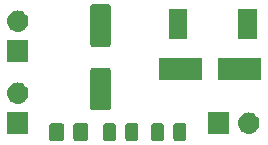
<source format=gts>
G04 #@! TF.GenerationSoftware,KiCad,Pcbnew,(5.1.4)-1*
G04 #@! TF.CreationDate,2020-03-20T17:51:06+00:00*
G04 #@! TF.ProjectId,drv120_solenoid_driver,64727631-3230-45f7-936f-6c656e6f6964,rev?*
G04 #@! TF.SameCoordinates,Original*
G04 #@! TF.FileFunction,Soldermask,Top*
G04 #@! TF.FilePolarity,Negative*
%FSLAX46Y46*%
G04 Gerber Fmt 4.6, Leading zero omitted, Abs format (unit mm)*
G04 Created by KiCad (PCBNEW (5.1.4)-1) date 2020-03-20 17:51:06*
%MOMM*%
%LPD*%
G04 APERTURE LIST*
%ADD10C,0.100000*%
G04 APERTURE END LIST*
D10*
G36*
X139900674Y-107711465D02*
G01*
X139938367Y-107722899D01*
X139973103Y-107741466D01*
X140003548Y-107766452D01*
X140028534Y-107796897D01*
X140047101Y-107831633D01*
X140058535Y-107869326D01*
X140063000Y-107914661D01*
X140063000Y-109001339D01*
X140058535Y-109046674D01*
X140047101Y-109084367D01*
X140028534Y-109119103D01*
X140003548Y-109149548D01*
X139973103Y-109174534D01*
X139938367Y-109193101D01*
X139900674Y-109204535D01*
X139855339Y-109209000D01*
X139018661Y-109209000D01*
X138973326Y-109204535D01*
X138935633Y-109193101D01*
X138900897Y-109174534D01*
X138870452Y-109149548D01*
X138845466Y-109119103D01*
X138826899Y-109084367D01*
X138815465Y-109046674D01*
X138811000Y-109001339D01*
X138811000Y-107914661D01*
X138815465Y-107869326D01*
X138826899Y-107831633D01*
X138845466Y-107796897D01*
X138870452Y-107766452D01*
X138900897Y-107741466D01*
X138935633Y-107722899D01*
X138973326Y-107711465D01*
X139018661Y-107707000D01*
X139855339Y-107707000D01*
X139900674Y-107711465D01*
X139900674Y-107711465D01*
G37*
G36*
X141950674Y-107711465D02*
G01*
X141988367Y-107722899D01*
X142023103Y-107741466D01*
X142053548Y-107766452D01*
X142078534Y-107796897D01*
X142097101Y-107831633D01*
X142108535Y-107869326D01*
X142113000Y-107914661D01*
X142113000Y-109001339D01*
X142108535Y-109046674D01*
X142097101Y-109084367D01*
X142078534Y-109119103D01*
X142053548Y-109149548D01*
X142023103Y-109174534D01*
X141988367Y-109193101D01*
X141950674Y-109204535D01*
X141905339Y-109209000D01*
X141068661Y-109209000D01*
X141023326Y-109204535D01*
X140985633Y-109193101D01*
X140950897Y-109174534D01*
X140920452Y-109149548D01*
X140895466Y-109119103D01*
X140876899Y-109084367D01*
X140865465Y-109046674D01*
X140861000Y-109001339D01*
X140861000Y-107914661D01*
X140865465Y-107869326D01*
X140876899Y-107831633D01*
X140895466Y-107796897D01*
X140920452Y-107766452D01*
X140950897Y-107741466D01*
X140985633Y-107722899D01*
X141023326Y-107711465D01*
X141068661Y-107707000D01*
X141905339Y-107707000D01*
X141950674Y-107711465D01*
X141950674Y-107711465D01*
G37*
G36*
X148356968Y-107711565D02*
G01*
X148395638Y-107723296D01*
X148431277Y-107742346D01*
X148462517Y-107767983D01*
X148488154Y-107799223D01*
X148507204Y-107834862D01*
X148518935Y-107873532D01*
X148523500Y-107919888D01*
X148523500Y-108996112D01*
X148518935Y-109042468D01*
X148507204Y-109081138D01*
X148488154Y-109116777D01*
X148462517Y-109148017D01*
X148431277Y-109173654D01*
X148395638Y-109192704D01*
X148356968Y-109204435D01*
X148310612Y-109209000D01*
X147659388Y-109209000D01*
X147613032Y-109204435D01*
X147574362Y-109192704D01*
X147538723Y-109173654D01*
X147507483Y-109148017D01*
X147481846Y-109116777D01*
X147462796Y-109081138D01*
X147451065Y-109042468D01*
X147446500Y-108996112D01*
X147446500Y-107919888D01*
X147451065Y-107873532D01*
X147462796Y-107834862D01*
X147481846Y-107799223D01*
X147507483Y-107767983D01*
X147538723Y-107742346D01*
X147574362Y-107723296D01*
X147613032Y-107711565D01*
X147659388Y-107707000D01*
X148310612Y-107707000D01*
X148356968Y-107711565D01*
X148356968Y-107711565D01*
G37*
G36*
X144292968Y-107711565D02*
G01*
X144331638Y-107723296D01*
X144367277Y-107742346D01*
X144398517Y-107767983D01*
X144424154Y-107799223D01*
X144443204Y-107834862D01*
X144454935Y-107873532D01*
X144459500Y-107919888D01*
X144459500Y-108996112D01*
X144454935Y-109042468D01*
X144443204Y-109081138D01*
X144424154Y-109116777D01*
X144398517Y-109148017D01*
X144367277Y-109173654D01*
X144331638Y-109192704D01*
X144292968Y-109204435D01*
X144246612Y-109209000D01*
X143595388Y-109209000D01*
X143549032Y-109204435D01*
X143510362Y-109192704D01*
X143474723Y-109173654D01*
X143443483Y-109148017D01*
X143417846Y-109116777D01*
X143398796Y-109081138D01*
X143387065Y-109042468D01*
X143382500Y-108996112D01*
X143382500Y-107919888D01*
X143387065Y-107873532D01*
X143398796Y-107834862D01*
X143417846Y-107799223D01*
X143443483Y-107767983D01*
X143474723Y-107742346D01*
X143510362Y-107723296D01*
X143549032Y-107711565D01*
X143595388Y-107707000D01*
X144246612Y-107707000D01*
X144292968Y-107711565D01*
X144292968Y-107711565D01*
G37*
G36*
X146167968Y-107711565D02*
G01*
X146206638Y-107723296D01*
X146242277Y-107742346D01*
X146273517Y-107767983D01*
X146299154Y-107799223D01*
X146318204Y-107834862D01*
X146329935Y-107873532D01*
X146334500Y-107919888D01*
X146334500Y-108996112D01*
X146329935Y-109042468D01*
X146318204Y-109081138D01*
X146299154Y-109116777D01*
X146273517Y-109148017D01*
X146242277Y-109173654D01*
X146206638Y-109192704D01*
X146167968Y-109204435D01*
X146121612Y-109209000D01*
X145470388Y-109209000D01*
X145424032Y-109204435D01*
X145385362Y-109192704D01*
X145349723Y-109173654D01*
X145318483Y-109148017D01*
X145292846Y-109116777D01*
X145273796Y-109081138D01*
X145262065Y-109042468D01*
X145257500Y-108996112D01*
X145257500Y-107919888D01*
X145262065Y-107873532D01*
X145273796Y-107834862D01*
X145292846Y-107799223D01*
X145318483Y-107767983D01*
X145349723Y-107742346D01*
X145385362Y-107723296D01*
X145424032Y-107711565D01*
X145470388Y-107707000D01*
X146121612Y-107707000D01*
X146167968Y-107711565D01*
X146167968Y-107711565D01*
G37*
G36*
X150231968Y-107711565D02*
G01*
X150270638Y-107723296D01*
X150306277Y-107742346D01*
X150337517Y-107767983D01*
X150363154Y-107799223D01*
X150382204Y-107834862D01*
X150393935Y-107873532D01*
X150398500Y-107919888D01*
X150398500Y-108996112D01*
X150393935Y-109042468D01*
X150382204Y-109081138D01*
X150363154Y-109116777D01*
X150337517Y-109148017D01*
X150306277Y-109173654D01*
X150270638Y-109192704D01*
X150231968Y-109204435D01*
X150185612Y-109209000D01*
X149534388Y-109209000D01*
X149488032Y-109204435D01*
X149449362Y-109192704D01*
X149413723Y-109173654D01*
X149382483Y-109148017D01*
X149356846Y-109116777D01*
X149337796Y-109081138D01*
X149326065Y-109042468D01*
X149321500Y-108996112D01*
X149321500Y-107919888D01*
X149326065Y-107873532D01*
X149337796Y-107834862D01*
X149356846Y-107799223D01*
X149382483Y-107767983D01*
X149413723Y-107742346D01*
X149449362Y-107723296D01*
X149488032Y-107711565D01*
X149534388Y-107707000D01*
X150185612Y-107707000D01*
X150231968Y-107711565D01*
X150231968Y-107711565D01*
G37*
G36*
X154063000Y-108597000D02*
G01*
X152261000Y-108597000D01*
X152261000Y-106795000D01*
X154063000Y-106795000D01*
X154063000Y-108597000D01*
X154063000Y-108597000D01*
G37*
G36*
X137045000Y-108597000D02*
G01*
X135243000Y-108597000D01*
X135243000Y-106795000D01*
X137045000Y-106795000D01*
X137045000Y-108597000D01*
X137045000Y-108597000D01*
G37*
G36*
X155812443Y-106801519D02*
G01*
X155878627Y-106808037D01*
X156048466Y-106859557D01*
X156204991Y-106943222D01*
X156240729Y-106972552D01*
X156342186Y-107055814D01*
X156425448Y-107157271D01*
X156454778Y-107193009D01*
X156538443Y-107349534D01*
X156589963Y-107519373D01*
X156607359Y-107696000D01*
X156589963Y-107872627D01*
X156538443Y-108042466D01*
X156454778Y-108198991D01*
X156425448Y-108234729D01*
X156342186Y-108336186D01*
X156240729Y-108419448D01*
X156204991Y-108448778D01*
X156048466Y-108532443D01*
X155878627Y-108583963D01*
X155812442Y-108590482D01*
X155746260Y-108597000D01*
X155657740Y-108597000D01*
X155591558Y-108590482D01*
X155525373Y-108583963D01*
X155355534Y-108532443D01*
X155199009Y-108448778D01*
X155163271Y-108419448D01*
X155061814Y-108336186D01*
X154978552Y-108234729D01*
X154949222Y-108198991D01*
X154865557Y-108042466D01*
X154814037Y-107872627D01*
X154796641Y-107696000D01*
X154814037Y-107519373D01*
X154865557Y-107349534D01*
X154949222Y-107193009D01*
X154978552Y-107157271D01*
X155061814Y-107055814D01*
X155163271Y-106972552D01*
X155199009Y-106943222D01*
X155355534Y-106859557D01*
X155525373Y-106808037D01*
X155591557Y-106801519D01*
X155657740Y-106795000D01*
X155746260Y-106795000D01*
X155812443Y-106801519D01*
X155812443Y-106801519D01*
G37*
G36*
X143860998Y-103030052D02*
G01*
X143894653Y-103040262D01*
X143925666Y-103056839D01*
X143952852Y-103079150D01*
X143975163Y-103106336D01*
X143991740Y-103137349D01*
X144001950Y-103171004D01*
X144006001Y-103212139D01*
X144006001Y-106441863D01*
X144001950Y-106482998D01*
X143991740Y-106516653D01*
X143975163Y-106547666D01*
X143952852Y-106574852D01*
X143925666Y-106597163D01*
X143894653Y-106613740D01*
X143860998Y-106623950D01*
X143819863Y-106628001D01*
X142490139Y-106628001D01*
X142449004Y-106623950D01*
X142415349Y-106613740D01*
X142384336Y-106597163D01*
X142357150Y-106574852D01*
X142334839Y-106547666D01*
X142318262Y-106516653D01*
X142308052Y-106482998D01*
X142304001Y-106441863D01*
X142304001Y-103212139D01*
X142308052Y-103171004D01*
X142318262Y-103137349D01*
X142334839Y-103106336D01*
X142357150Y-103079150D01*
X142384336Y-103056839D01*
X142415349Y-103040262D01*
X142449004Y-103030052D01*
X142490139Y-103026001D01*
X143819863Y-103026001D01*
X143860998Y-103030052D01*
X143860998Y-103030052D01*
G37*
G36*
X136254442Y-104261518D02*
G01*
X136320627Y-104268037D01*
X136490466Y-104319557D01*
X136646991Y-104403222D01*
X136682729Y-104432552D01*
X136784186Y-104515814D01*
X136867448Y-104617271D01*
X136896778Y-104653009D01*
X136980443Y-104809534D01*
X137031963Y-104979373D01*
X137049359Y-105156000D01*
X137031963Y-105332627D01*
X136980443Y-105502466D01*
X136896778Y-105658991D01*
X136867448Y-105694729D01*
X136784186Y-105796186D01*
X136682729Y-105879448D01*
X136646991Y-105908778D01*
X136490466Y-105992443D01*
X136320627Y-106043963D01*
X136254442Y-106050482D01*
X136188260Y-106057000D01*
X136099740Y-106057000D01*
X136033558Y-106050482D01*
X135967373Y-106043963D01*
X135797534Y-105992443D01*
X135641009Y-105908778D01*
X135605271Y-105879448D01*
X135503814Y-105796186D01*
X135420552Y-105694729D01*
X135391222Y-105658991D01*
X135307557Y-105502466D01*
X135256037Y-105332627D01*
X135238641Y-105156000D01*
X135256037Y-104979373D01*
X135307557Y-104809534D01*
X135391222Y-104653009D01*
X135420552Y-104617271D01*
X135503814Y-104515814D01*
X135605271Y-104432552D01*
X135641009Y-104403222D01*
X135797534Y-104319557D01*
X135967373Y-104268037D01*
X136033558Y-104261518D01*
X136099740Y-104255000D01*
X136188260Y-104255000D01*
X136254442Y-104261518D01*
X136254442Y-104261518D01*
G37*
G36*
X151741000Y-104075000D02*
G01*
X148139000Y-104075000D01*
X148139000Y-102173000D01*
X151741000Y-102173000D01*
X151741000Y-104075000D01*
X151741000Y-104075000D01*
G37*
G36*
X156741000Y-104075000D02*
G01*
X153139000Y-104075000D01*
X153139000Y-102173000D01*
X156741000Y-102173000D01*
X156741000Y-104075000D01*
X156741000Y-104075000D01*
G37*
G36*
X137045000Y-102501000D02*
G01*
X135243000Y-102501000D01*
X135243000Y-100699000D01*
X137045000Y-100699000D01*
X137045000Y-102501000D01*
X137045000Y-102501000D01*
G37*
G36*
X143860998Y-97630052D02*
G01*
X143894653Y-97640262D01*
X143925666Y-97656839D01*
X143952852Y-97679150D01*
X143975163Y-97706336D01*
X143991740Y-97737349D01*
X144001950Y-97771004D01*
X144006001Y-97812139D01*
X144006001Y-101041863D01*
X144001950Y-101082998D01*
X143991740Y-101116653D01*
X143975163Y-101147666D01*
X143952852Y-101174852D01*
X143925666Y-101197163D01*
X143894653Y-101213740D01*
X143860998Y-101223950D01*
X143819863Y-101228001D01*
X142490139Y-101228001D01*
X142449004Y-101223950D01*
X142415349Y-101213740D01*
X142384336Y-101197163D01*
X142357150Y-101174852D01*
X142334839Y-101147666D01*
X142318262Y-101116653D01*
X142308052Y-101082998D01*
X142304001Y-101041863D01*
X142304001Y-97812139D01*
X142308052Y-97771004D01*
X142318262Y-97737349D01*
X142334839Y-97706336D01*
X142357150Y-97679150D01*
X142384336Y-97656839D01*
X142415349Y-97640262D01*
X142449004Y-97630052D01*
X142490139Y-97626001D01*
X143819863Y-97626001D01*
X143860998Y-97630052D01*
X143860998Y-97630052D01*
G37*
G36*
X156380000Y-100565000D02*
G01*
X154828000Y-100565000D01*
X154828000Y-98063000D01*
X156380000Y-98063000D01*
X156380000Y-100565000D01*
X156380000Y-100565000D01*
G37*
G36*
X150480000Y-100565000D02*
G01*
X148928000Y-100565000D01*
X148928000Y-98063000D01*
X150480000Y-98063000D01*
X150480000Y-100565000D01*
X150480000Y-100565000D01*
G37*
G36*
X136254443Y-98165519D02*
G01*
X136320627Y-98172037D01*
X136490466Y-98223557D01*
X136646991Y-98307222D01*
X136682729Y-98336552D01*
X136784186Y-98419814D01*
X136867448Y-98521271D01*
X136896778Y-98557009D01*
X136980443Y-98713534D01*
X137031963Y-98883373D01*
X137049359Y-99060000D01*
X137031963Y-99236627D01*
X136980443Y-99406466D01*
X136896778Y-99562991D01*
X136867448Y-99598729D01*
X136784186Y-99700186D01*
X136682729Y-99783448D01*
X136646991Y-99812778D01*
X136490466Y-99896443D01*
X136320627Y-99947963D01*
X136254443Y-99954481D01*
X136188260Y-99961000D01*
X136099740Y-99961000D01*
X136033557Y-99954481D01*
X135967373Y-99947963D01*
X135797534Y-99896443D01*
X135641009Y-99812778D01*
X135605271Y-99783448D01*
X135503814Y-99700186D01*
X135420552Y-99598729D01*
X135391222Y-99562991D01*
X135307557Y-99406466D01*
X135256037Y-99236627D01*
X135238641Y-99060000D01*
X135256037Y-98883373D01*
X135307557Y-98713534D01*
X135391222Y-98557009D01*
X135420552Y-98521271D01*
X135503814Y-98419814D01*
X135605271Y-98336552D01*
X135641009Y-98307222D01*
X135797534Y-98223557D01*
X135967373Y-98172037D01*
X136033557Y-98165519D01*
X136099740Y-98159000D01*
X136188260Y-98159000D01*
X136254443Y-98165519D01*
X136254443Y-98165519D01*
G37*
M02*

</source>
